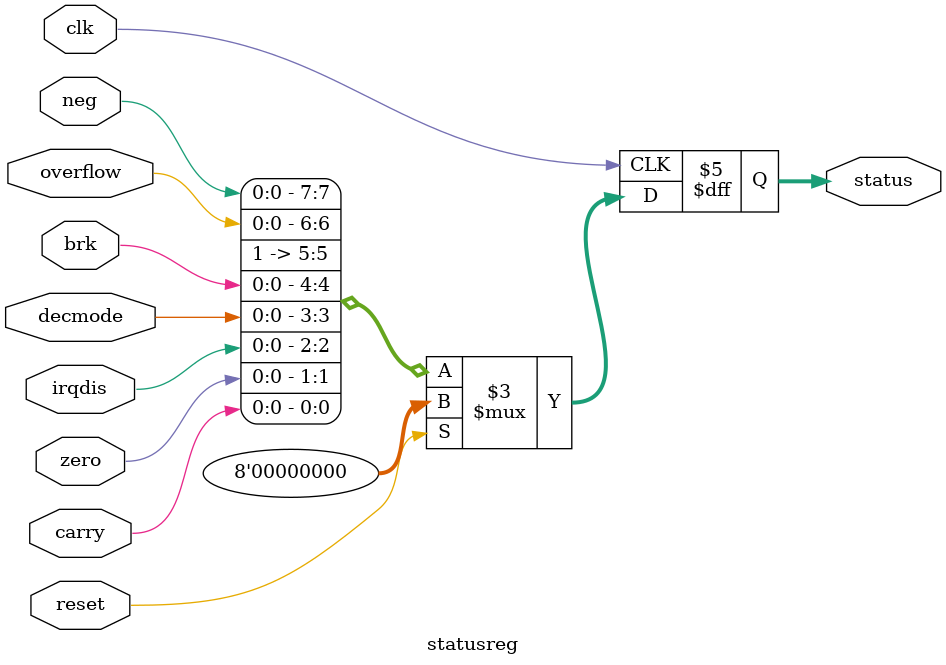
<source format=v>
	module statusreg(
		input clk,reset,carry,zero,overflow,neg,
		input irqdis,decmode,brk,
		output reg[7:0] status);
	always@ (posedge clk)
	begin
		if (reset)
			status <= 8'h00;
		else
			status <= {neg,overflow,1'b1,brk,decmode,irqdis,zero,carry};
	end
	endmodule

</source>
